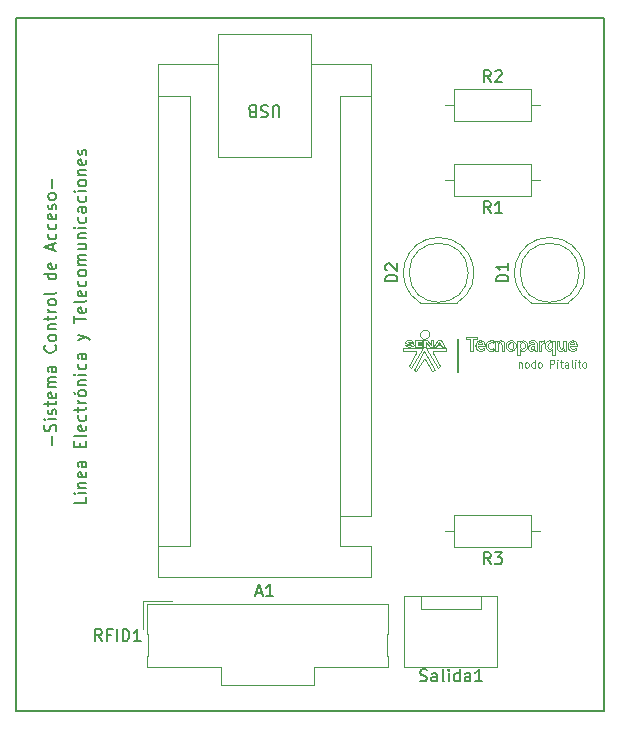
<source format=gbr>
%TF.GenerationSoftware,KiCad,Pcbnew,7.0.7*%
%TF.CreationDate,2024-02-13T22:49:07-05:00*%
%TF.ProjectId,ControlAcceso,436f6e74-726f-46c4-9163-6365736f2e6b,rev?*%
%TF.SameCoordinates,Original*%
%TF.FileFunction,Legend,Top*%
%TF.FilePolarity,Positive*%
%FSLAX46Y46*%
G04 Gerber Fmt 4.6, Leading zero omitted, Abs format (unit mm)*
G04 Created by KiCad (PCBNEW 7.0.7) date 2024-02-13 22:49:07*
%MOMM*%
%LPD*%
G01*
G04 APERTURE LIST*
%ADD10C,0.100000*%
%ADD11C,0.150000*%
%ADD12C,0.200000*%
%ADD13C,0.084675*%
%ADD14C,0.120000*%
G04 APERTURE END LIST*
D10*
X235044254Y-64768194D02*
X234928096Y-64756090D01*
X234827162Y-64720962D01*
X234743279Y-64664586D01*
X234667699Y-64571383D01*
X234627759Y-64474505D01*
X234610719Y-64362056D01*
X234610220Y-64337855D01*
X241416246Y-64751053D02*
X241231360Y-64751053D01*
X241755001Y-64240939D02*
X242124999Y-64240939D01*
X238717546Y-64502016D02*
X238722759Y-64455379D01*
X228516906Y-64259056D02*
X228470641Y-64350231D01*
X228419098Y-64380307D01*
X228185083Y-64084115D02*
X228227679Y-64090537D01*
X234152276Y-64035132D02*
X234050404Y-64065459D01*
X233983483Y-64146320D01*
X233956894Y-64240939D01*
X238944340Y-64751053D02*
X238752229Y-64751053D01*
X235618116Y-64254728D02*
X235618116Y-64751053D01*
X235618116Y-64751053D02*
X235405482Y-64751053D01*
X233510938Y-63763822D02*
X233510938Y-64751053D01*
X230760355Y-66042072D02*
X230561252Y-66230766D01*
X235955381Y-64751053D02*
X235955381Y-64275452D01*
X230538950Y-63896823D02*
X230795438Y-63896823D01*
X236736600Y-64043873D02*
X236630352Y-64075333D01*
X236562902Y-64156000D01*
X236532308Y-64252385D01*
X236525745Y-64330832D01*
X227815513Y-64101486D02*
X227801928Y-64045446D01*
X234216252Y-64607530D02*
X234316079Y-64601432D01*
X234418457Y-64579472D01*
X234449580Y-64569435D01*
X233956894Y-64240939D02*
X234326840Y-64240939D01*
X235253389Y-64567657D02*
X235282800Y-64725026D01*
X232151381Y-66592416D02*
X232254747Y-66592416D01*
X238546533Y-64040345D02*
X238445951Y-64052171D01*
X238348822Y-64086430D01*
X238320026Y-64102607D01*
X235794459Y-64062846D02*
X235699046Y-64092832D01*
X235633183Y-64175379D01*
X235628548Y-64187306D01*
X229338943Y-63896823D02*
X229631832Y-63896823D01*
X229631832Y-63896823D02*
X229945193Y-64243951D01*
X240263301Y-63909063D02*
X240468885Y-63909063D01*
X232254747Y-63783164D02*
X232151381Y-63783164D01*
X228611784Y-63896823D02*
X229227838Y-63896823D01*
X231241001Y-64543321D02*
X231241001Y-64811506D01*
X241196619Y-64417313D02*
X241196619Y-63909063D01*
X240462064Y-64152823D02*
X240462064Y-65093278D01*
X228155044Y-63888969D02*
X228262228Y-63893389D01*
X228361911Y-63910010D01*
X228408724Y-63926375D01*
X234480711Y-64714563D02*
X234378987Y-64747349D01*
X234273537Y-64764207D01*
X234186729Y-64768194D01*
X239333200Y-64751053D02*
X239120396Y-64751053D01*
X228146156Y-63991103D02*
X228070168Y-64000790D01*
X229242227Y-64301222D02*
X229242227Y-64414188D01*
X230127213Y-64952994D02*
X230760355Y-66042072D01*
X237512777Y-64398336D02*
X237518055Y-64457099D01*
X239296797Y-63909063D02*
X239305509Y-64068095D01*
X228740718Y-64910197D02*
X228736872Y-64876116D01*
X242325482Y-64299788D02*
X242318656Y-64389565D01*
X237516276Y-64657607D02*
X237512777Y-64657607D01*
X241950265Y-64035132D02*
X241848520Y-64065459D01*
X241781646Y-64146320D01*
X241755001Y-64240939D01*
X240249371Y-64396502D02*
X240249371Y-64256534D01*
X231137293Y-64414188D02*
X230879367Y-64414188D01*
X239592323Y-63895221D02*
X239592323Y-64093977D01*
X239305509Y-64068095D02*
X239310728Y-64068095D01*
X238722759Y-64455379D02*
X238722759Y-64339488D01*
X235868756Y-63890031D02*
X235977533Y-63909050D01*
X236073470Y-63970853D01*
X236135301Y-64065624D01*
X236164017Y-64180880D01*
X236167898Y-64251288D01*
X229369956Y-65469671D02*
X229395986Y-65456685D01*
X238731588Y-64657607D02*
X238652658Y-64726411D01*
X238551808Y-64763586D01*
X238482609Y-64770000D01*
X230216244Y-64811506D02*
X230183910Y-64821997D01*
X228019606Y-64243317D02*
X228019606Y-64244755D01*
X230537289Y-64207835D02*
X230765228Y-64207835D01*
X237493686Y-64038625D02*
X237562565Y-63962069D01*
X237651342Y-63912000D01*
X237758820Y-63890656D01*
X237782455Y-63890031D01*
X240254472Y-64019622D02*
X240258029Y-64021430D01*
X239338413Y-64249654D02*
X239333200Y-64313576D01*
X233956894Y-64389565D02*
X233980384Y-64487810D01*
X234055695Y-64568019D01*
X234153964Y-64602631D01*
X234216252Y-64607530D01*
X241755001Y-64389565D02*
X241778489Y-64487810D01*
X241853789Y-64568019D01*
X241952034Y-64602631D01*
X242014300Y-64607530D01*
X228070168Y-64000790D02*
X228043681Y-64028968D01*
X241231360Y-64751053D02*
X241220752Y-64624815D01*
X230358421Y-66374206D02*
X229424188Y-64830224D01*
X235583604Y-63909063D02*
X235593983Y-64035132D01*
X237160150Y-64322262D02*
X237150370Y-64430325D01*
X237113378Y-64543441D01*
X237053595Y-64632852D01*
X236976090Y-64699305D01*
X236885929Y-64743546D01*
X236788182Y-64766324D01*
X236728000Y-64770000D01*
X237706432Y-64605810D02*
X237806535Y-64580437D01*
X237877153Y-64509569D01*
X237912560Y-64414747D01*
X237920788Y-64327450D01*
X238722759Y-64339488D02*
X238613480Y-64345392D01*
X238509545Y-64374174D01*
X238435521Y-64453250D01*
X238429065Y-64496799D01*
X229563841Y-64543321D02*
X231241001Y-64543321D01*
X230154217Y-64836415D02*
X230129678Y-64862643D01*
X240057376Y-64602313D02*
X240159313Y-64572688D01*
X240227737Y-64492578D01*
X240238939Y-64462258D01*
X235246568Y-64088847D02*
X235149786Y-64060116D01*
X235085817Y-64055966D01*
X229198773Y-64090684D02*
X229198773Y-64200896D01*
X240009051Y-63890031D02*
X240109020Y-63904418D01*
X240201317Y-63955092D01*
X240254472Y-64019622D01*
X228419098Y-64380307D02*
X228316659Y-64409451D01*
X228213259Y-64420937D01*
X228136927Y-64422988D01*
X236306118Y-64336020D02*
X236318999Y-64214458D01*
X236355980Y-64110021D01*
X236414562Y-64024133D01*
X236492249Y-63958217D01*
X236586544Y-63913698D01*
X236694949Y-63892001D01*
X236741703Y-63890031D01*
X228274919Y-64047882D02*
X228274919Y-64045446D01*
X234520443Y-64389565D02*
X233956894Y-64389565D01*
X235078707Y-63890031D02*
X235179186Y-63898791D01*
X235279898Y-63926056D01*
X235284520Y-63927984D01*
X233298245Y-63763822D02*
X232966199Y-63763822D01*
X230110476Y-66503221D02*
X230358421Y-66374206D01*
X238320026Y-64102607D02*
X238278575Y-63964357D01*
X230879367Y-64414188D02*
X230827432Y-64320886D01*
X235593983Y-64035132D02*
X235599195Y-64035132D01*
X237512777Y-65093278D02*
X237300090Y-65093278D01*
X227873560Y-64382027D02*
X227801812Y-64307175D01*
X227792178Y-64250944D01*
X238582877Y-63890031D02*
X238695673Y-63901968D01*
X238797611Y-63944320D01*
X238876159Y-64024508D01*
X238918039Y-64128425D01*
X238930177Y-64228890D01*
X238930409Y-64246186D01*
X232254747Y-66592416D02*
X232254747Y-63783164D01*
X235955381Y-64275452D02*
X235941383Y-64172554D01*
X235883098Y-64087798D01*
X235794459Y-64062846D01*
X228717494Y-64969304D02*
X228732974Y-64939178D01*
X234164369Y-63890031D02*
X234279386Y-63905489D01*
X234384936Y-63958981D01*
X234458569Y-64040703D01*
X234503997Y-64140182D01*
X234524933Y-64246946D01*
X234527376Y-64299788D01*
X233298245Y-64751053D02*
X233298245Y-63763822D01*
X240462064Y-65093278D02*
X240249371Y-65093278D01*
X242014300Y-64607530D02*
X242114124Y-64601432D01*
X242216505Y-64579472D01*
X242247687Y-64569435D01*
X230129678Y-64862643D02*
X230119305Y-64894002D01*
X232203089Y-63783142D02*
X232203089Y-66592400D01*
X233752867Y-64342900D02*
X233763194Y-64235321D01*
X233793968Y-64134471D01*
X233844876Y-64045061D01*
X233915607Y-63971798D01*
X234005848Y-63919393D01*
X234115287Y-63892553D01*
X234164369Y-63890031D01*
X237518055Y-64457099D02*
X237568695Y-64547944D01*
X237656918Y-64599497D01*
X237706432Y-64605810D01*
X233846254Y-63763822D02*
X233510938Y-63763822D01*
X233846254Y-63585759D02*
X233846254Y-63763822D01*
X230765228Y-64207835D02*
X230654411Y-64019822D01*
X228052052Y-64304002D02*
X228154429Y-64318606D01*
X228158912Y-64318621D01*
X228611784Y-64414188D02*
X228611784Y-63896823D01*
X237300090Y-64189085D02*
X237299036Y-64081931D01*
X237296084Y-63978833D01*
X237293210Y-63909063D01*
X235284520Y-63927984D02*
X235246568Y-64088847D01*
X228726441Y-64857713D02*
X228712340Y-64843237D01*
X240864737Y-63909063D02*
X240864737Y-64367178D01*
X237711481Y-64057716D02*
X237610996Y-64087072D01*
X237538207Y-64165852D01*
X237519717Y-64215027D01*
X228244733Y-64306697D02*
X228276005Y-64273389D01*
X239848242Y-64332609D02*
X239861957Y-64439664D01*
X239909084Y-64533970D01*
X239998657Y-64594125D01*
X240057376Y-64602313D01*
X237293210Y-63909063D02*
X237479926Y-63909063D01*
X228043681Y-64028968D02*
X228137034Y-64075201D01*
X228185083Y-64084115D01*
X230795438Y-63896823D02*
X231137293Y-64414188D01*
X230183910Y-64821997D02*
X230154217Y-64836415D01*
X238717546Y-64187306D02*
X238683030Y-64087613D01*
X238585097Y-64042658D01*
X238546533Y-64040345D01*
X229433422Y-63764051D02*
X229318144Y-63746452D01*
X229216559Y-63697238D01*
X229133991Y-63621775D01*
X229075763Y-63525434D01*
X229047199Y-63413584D01*
X229045190Y-63373782D01*
X240249371Y-64256534D02*
X240244210Y-64204654D01*
X235628548Y-64187306D02*
X235618116Y-64254728D01*
X229466954Y-65456685D02*
X229490119Y-65472277D01*
X239113574Y-63909063D02*
X239296797Y-63909063D01*
D11*
X194818000Y-36576000D02*
X244602000Y-36576000D01*
X244602000Y-95250000D01*
X194818000Y-95250000D01*
X194818000Y-36576000D01*
D10*
X229277027Y-64545299D02*
X228304013Y-66238562D01*
X238136915Y-64318736D02*
X238128293Y-64425493D01*
X238095641Y-64538383D01*
X238042788Y-64628653D01*
X237958891Y-64707452D01*
X237859833Y-64754431D01*
X237753214Y-64770000D01*
X227856706Y-64144769D02*
X227815513Y-64101486D01*
X238429065Y-64496799D02*
X238468443Y-64592060D01*
X238549973Y-64617849D01*
X228491276Y-64041836D02*
X228491276Y-64047882D01*
X228276005Y-64273389D02*
X228181729Y-64226718D01*
X228152895Y-64221508D01*
X228732974Y-64939178D02*
X228740718Y-64910197D01*
X230654411Y-64019822D02*
X230537289Y-64207835D01*
X228227679Y-64090537D02*
X228326852Y-64108951D01*
X228371288Y-64119520D01*
X237512777Y-64657607D02*
X237512777Y-65093278D01*
X227619245Y-64545299D02*
X229277027Y-64545299D01*
X241409306Y-64498605D02*
X241410579Y-64604304D01*
X241414305Y-64710644D01*
X241416246Y-64751053D01*
X241984947Y-64768194D02*
X241865326Y-64756214D01*
X241763256Y-64721457D01*
X241679851Y-64665698D01*
X241605974Y-64573560D01*
X241567558Y-64477839D01*
X241551377Y-64366792D01*
X241550908Y-64342900D01*
X228636035Y-64818357D02*
X227619245Y-64818357D01*
X229395986Y-65456685D02*
X229429348Y-65450351D01*
X227792178Y-64243317D02*
X228019606Y-64243317D01*
X239120396Y-64751053D02*
X239120396Y-64180432D01*
X237479926Y-63909063D02*
X237490364Y-64038625D01*
X240468885Y-63909063D02*
X240464706Y-64011314D01*
X240462302Y-64112098D01*
X240462064Y-64152823D01*
X232151381Y-63783164D02*
X232151381Y-66592416D01*
X237490364Y-64038625D02*
X237493686Y-64038625D01*
X240249371Y-65093278D02*
X240249371Y-64635248D01*
X238278575Y-63964357D02*
X238376079Y-63921143D01*
X238476812Y-63897859D01*
X238582877Y-63890031D01*
X238930409Y-64548767D02*
X238933028Y-64652453D01*
X238944340Y-64751053D01*
X240238939Y-64462258D02*
X240249371Y-64396502D01*
X228304013Y-66238562D02*
X228097255Y-66044308D01*
X228371288Y-64119520D02*
X228444611Y-64148268D01*
X239542336Y-63890031D02*
X239592323Y-63895221D01*
X228753615Y-66503221D02*
X229351840Y-65492918D01*
X228097255Y-66044308D02*
X228717494Y-64969304D01*
X228843105Y-64200896D02*
X228843105Y-64301222D01*
X230167343Y-64414188D02*
X229863845Y-64414188D01*
X240652109Y-63909063D02*
X240864737Y-63909063D01*
X228498044Y-64195795D02*
X228516906Y-64259056D01*
X227619245Y-64818357D02*
X227619245Y-64545299D01*
X228408724Y-63926375D02*
X228483180Y-63997158D01*
X228491276Y-64041836D01*
X236734939Y-64616129D02*
X236836235Y-64583648D01*
X236901897Y-64505207D01*
X236934559Y-64403507D01*
X236940576Y-64327450D01*
X228678573Y-64826239D02*
X228636035Y-64818357D01*
X242124999Y-64240939D02*
X242107808Y-64141671D01*
X242046009Y-64061559D01*
X241950265Y-64035132D01*
X227891847Y-63928988D02*
X227994424Y-63900225D01*
X228102915Y-63889940D01*
X228155044Y-63888969D01*
X237512777Y-64268630D02*
X237512777Y-64398336D01*
X229338943Y-64414188D02*
X229338943Y-63896823D01*
X238717546Y-64201213D02*
X238717546Y-64187306D01*
X237753214Y-64770000D02*
X237651639Y-64754972D01*
X237562774Y-64708664D01*
X237516276Y-64657607D01*
X232966199Y-63585759D02*
X233846254Y-63585759D01*
X240249371Y-64635248D02*
X240245877Y-64635248D01*
X228843105Y-64008298D02*
X228843105Y-64090684D01*
X228510771Y-66383094D02*
X228753615Y-66503221D01*
X240245877Y-64635248D02*
X240173614Y-64713545D01*
X240080187Y-64757859D01*
X239984911Y-64770000D01*
X241196619Y-63909063D02*
X241409306Y-63909063D01*
X241962475Y-63890031D02*
X242077490Y-63905489D01*
X242183039Y-63958981D01*
X242256673Y-64040703D01*
X242302102Y-64140182D01*
X242323038Y-64246946D01*
X242325482Y-64299788D01*
X230468551Y-64320886D02*
X230412711Y-64414188D01*
X230119305Y-64922781D02*
X230127213Y-64952994D01*
X236525745Y-64330832D02*
X236537038Y-64430914D01*
X236575718Y-64524628D01*
X236648245Y-64594406D01*
X236734939Y-64616129D01*
X241550908Y-64342900D02*
X241561250Y-64235321D01*
X241592058Y-64134471D01*
X241643006Y-64045061D01*
X241713767Y-63971798D01*
X241804014Y-63919393D01*
X241913421Y-63892553D01*
X241962475Y-63890031D01*
X235405482Y-64159703D02*
X235404201Y-64056957D01*
X235400525Y-63950824D01*
X235398660Y-63909063D01*
X240864737Y-64367178D02*
X240875902Y-64472518D01*
X240922883Y-64561254D01*
X241021996Y-64597096D01*
X241184637Y-64483012D02*
X241196619Y-64417313D01*
X235085817Y-64055966D02*
X234976663Y-64077002D01*
X234887233Y-64144242D01*
X234840789Y-64233962D01*
X234828179Y-64329084D01*
X237782455Y-63890031D02*
X237887099Y-63907076D01*
X237979736Y-63956390D01*
X238055311Y-64035241D01*
X238108771Y-64140894D01*
X238132781Y-64247442D01*
X238136915Y-64318736D01*
X228274919Y-64045446D02*
X228242126Y-64005063D01*
X230167343Y-63896823D02*
X230167343Y-64414188D01*
X236167898Y-64751053D02*
X235955381Y-64751053D01*
X229227838Y-64008298D02*
X228843105Y-64008298D01*
X229863845Y-64414188D02*
X229560635Y-64065770D01*
X229198773Y-64200896D02*
X228843105Y-64200896D01*
X229424188Y-64830224D02*
X228510771Y-66383094D01*
X229560635Y-64065770D02*
X229560635Y-64414188D01*
X236940576Y-64327450D02*
X236929126Y-64227707D01*
X236886673Y-64126372D01*
X236809348Y-64058783D01*
X236736600Y-64043873D01*
X239120396Y-64180432D02*
X239119732Y-64072895D01*
X239116816Y-63966746D01*
X239113574Y-63909063D01*
X240944370Y-64770000D02*
X240834491Y-64751386D01*
X240741161Y-64689821D01*
X240682498Y-64593970D01*
X240655696Y-64476046D01*
X240652109Y-64403497D01*
X228019606Y-64244755D02*
X228017569Y-64259056D01*
X229429348Y-65450351D02*
X229466954Y-65456685D01*
X241220752Y-64624815D02*
X241215652Y-64624815D01*
X235282800Y-64725026D02*
X235186208Y-64754402D01*
X235082944Y-64767191D01*
X235044254Y-64768194D01*
X235085817Y-64600593D02*
X235186367Y-64589488D01*
X235253389Y-64567657D01*
X229821367Y-63373782D02*
X229803889Y-63489609D01*
X229755000Y-63591716D01*
X229680014Y-63674735D01*
X229584248Y-63733295D01*
X229473017Y-63762029D01*
X229433422Y-63764051D01*
X233510938Y-64751053D02*
X233298245Y-64751053D01*
X229242227Y-64414188D02*
X228611784Y-64414188D01*
X228131250Y-64218009D02*
X228108262Y-64214082D01*
X228736872Y-64876116D02*
X228726441Y-64857713D01*
X242278870Y-64714563D02*
X242177078Y-64747349D01*
X242071698Y-64764207D01*
X241984947Y-64768194D01*
X234449580Y-64569435D02*
X234480711Y-64714563D01*
X229351840Y-65492918D02*
X229369956Y-65469671D01*
X228158912Y-64318621D02*
X228244733Y-64306697D01*
X239592323Y-64093977D02*
X239528464Y-64088847D01*
X234186729Y-64768194D02*
X234067119Y-64756214D01*
X233965079Y-64721457D01*
X233881713Y-64665698D01*
X233807884Y-64573560D01*
X233769501Y-64477839D01*
X233753336Y-64366792D01*
X233752867Y-64342900D01*
X241215652Y-64624815D02*
X241146856Y-64702453D01*
X241056736Y-64752019D01*
X240944370Y-64770000D01*
X231241001Y-64811506D02*
X230216244Y-64811506D01*
X228843105Y-64090684D02*
X229198773Y-64090684D01*
X242247687Y-64569435D02*
X242278870Y-64714563D01*
X240244210Y-64204654D02*
X240193180Y-64111867D01*
X240105077Y-64062443D01*
X240062595Y-64057716D01*
X239984911Y-64770000D02*
X239881729Y-64753114D01*
X239789728Y-64704184D01*
X239714236Y-64625800D01*
X239660583Y-64520549D01*
X239636397Y-64414186D01*
X239632225Y-64342900D01*
X241021996Y-64597096D02*
X241122771Y-64564767D01*
X241184637Y-64483012D01*
X239528464Y-64088847D02*
X239429305Y-64114195D01*
X239358062Y-64191150D01*
X239338413Y-64249654D01*
X232966199Y-63763822D02*
X232966199Y-63585759D01*
X239310728Y-64068095D02*
X239364370Y-63974704D01*
X239448027Y-63911339D01*
X239542336Y-63890031D01*
X235599195Y-64035132D02*
X235671698Y-63954542D01*
X235762229Y-63906811D01*
X235868756Y-63890031D01*
X228712340Y-64843237D02*
X228678573Y-64826239D01*
X237519717Y-64215027D02*
X237512777Y-64268630D01*
X235398660Y-63909063D02*
X235583604Y-63909063D01*
X239333200Y-64313576D02*
X239333200Y-64751053D01*
X238736637Y-64657607D02*
X238731588Y-64657607D01*
X239632225Y-64342900D02*
X239641040Y-64235077D01*
X239674206Y-64121431D01*
X239727405Y-64030889D01*
X239810788Y-63952171D01*
X239907493Y-63905450D01*
X240009051Y-63890031D01*
X229045190Y-63373782D02*
X229062683Y-63257850D01*
X229111615Y-63155677D01*
X229186661Y-63072623D01*
X229282498Y-63014047D01*
X229393803Y-62985310D01*
X229433422Y-62983289D01*
X230827432Y-64320886D02*
X230468551Y-64320886D01*
X240062595Y-64057716D02*
X239960944Y-64083578D01*
X239884945Y-64165001D01*
X239853754Y-64261473D01*
X239848242Y-64332609D01*
X234527376Y-64299788D02*
X234520443Y-64389565D01*
X238218039Y-64519244D02*
X238237494Y-64411459D01*
X238294111Y-64325514D01*
X238385267Y-64261757D01*
X238485722Y-64225823D01*
X238606821Y-64205737D01*
X238717546Y-64201213D01*
X227801928Y-64045446D02*
X227848332Y-63954411D01*
X227891847Y-63928988D01*
X228242126Y-64005063D02*
X228146156Y-63991103D01*
X237920788Y-64327450D02*
X237907311Y-64222542D01*
X237860601Y-64127859D01*
X237770842Y-64066220D01*
X237711481Y-64057716D01*
X236167898Y-64251288D02*
X236167898Y-64751053D01*
X227792178Y-64250944D02*
X227792178Y-64243317D01*
X234326840Y-64240939D02*
X234309744Y-64141671D01*
X234248023Y-64061559D01*
X234152276Y-64035132D01*
X228136927Y-64422988D02*
X228033032Y-64418978D01*
X227927305Y-64401806D01*
X227873560Y-64382027D01*
X228491276Y-64047882D02*
X228274919Y-64047882D01*
X238752229Y-64751053D02*
X238736637Y-64657607D01*
X237300090Y-65093278D02*
X237300090Y-64189085D01*
X228152895Y-64221508D02*
X228131250Y-64218009D01*
X238930409Y-64246186D02*
X238930409Y-64548767D01*
X230412711Y-64414188D02*
X230180757Y-64414188D01*
X228108262Y-64214082D02*
X228009133Y-64195741D01*
X227911541Y-64169889D01*
X227856706Y-64144769D01*
X234610220Y-64337855D02*
X234622688Y-64224190D01*
X234659330Y-64122076D01*
X234719000Y-64034671D01*
X234800553Y-63965132D01*
X234902843Y-63916617D01*
X235024725Y-63892285D01*
X235078707Y-63890031D01*
X229945193Y-64243951D02*
X229945193Y-63896823D01*
X228843105Y-64301222D02*
X229242227Y-64301222D01*
X229507032Y-65492918D02*
X230110476Y-66503221D01*
X228444611Y-64148268D02*
X228498044Y-64195795D01*
X229945193Y-63896823D02*
X230167343Y-63896823D01*
X234828179Y-64329084D02*
X234843478Y-64431643D01*
X234894064Y-64520761D01*
X234984274Y-64582488D01*
X235085817Y-64600593D01*
X236728000Y-64770000D02*
X236621250Y-64758304D01*
X236525160Y-64724031D01*
X236428207Y-64654826D01*
X236366278Y-64575190D01*
X236324747Y-64476891D01*
X236306655Y-64361152D01*
X236306118Y-64336020D01*
X242318656Y-64389565D02*
X241755001Y-64389565D01*
X238482609Y-64770000D02*
X238382267Y-64753612D01*
X238295429Y-64701200D01*
X238235539Y-64612443D01*
X238218039Y-64519244D01*
X230561252Y-66230766D02*
X229563841Y-64543321D01*
X229433422Y-62983289D02*
X229548627Y-63000888D01*
X229650139Y-63050113D01*
X229732642Y-63125604D01*
X229790820Y-63221999D01*
X229819359Y-63333940D01*
X229821367Y-63373782D01*
X230119305Y-64894002D02*
X230119305Y-64922781D01*
X230180757Y-64414188D02*
X230538950Y-63896823D01*
X240258029Y-64021430D02*
X240263301Y-63909063D01*
X238549973Y-64617849D02*
X238647403Y-64590280D01*
X238713231Y-64513288D01*
X238717546Y-64502016D01*
X235405482Y-64751053D02*
X235405482Y-64159703D01*
X229560635Y-64414188D02*
X229338943Y-64414188D01*
X236741703Y-63890031D02*
X236852857Y-63902577D01*
X236949894Y-63938739D01*
X237044982Y-64010188D01*
X237113616Y-64108625D01*
X237148194Y-64208509D01*
X237160150Y-64322262D01*
X229490119Y-65472277D02*
X229507032Y-65492918D01*
X229227838Y-63896823D02*
X229227838Y-64008298D01*
X241409306Y-63909063D02*
X241409306Y-64498605D01*
X240652109Y-64403497D02*
X240652109Y-63909063D01*
X228017569Y-64259056D02*
X228052052Y-64304002D01*
D12*
X197860266Y-72778564D02*
X197860266Y-72016660D01*
X198193600Y-71588088D02*
X198241219Y-71445231D01*
X198241219Y-71445231D02*
X198241219Y-71207136D01*
X198241219Y-71207136D02*
X198193600Y-71111898D01*
X198193600Y-71111898D02*
X198145980Y-71064279D01*
X198145980Y-71064279D02*
X198050742Y-71016660D01*
X198050742Y-71016660D02*
X197955504Y-71016660D01*
X197955504Y-71016660D02*
X197860266Y-71064279D01*
X197860266Y-71064279D02*
X197812647Y-71111898D01*
X197812647Y-71111898D02*
X197765028Y-71207136D01*
X197765028Y-71207136D02*
X197717409Y-71397612D01*
X197717409Y-71397612D02*
X197669790Y-71492850D01*
X197669790Y-71492850D02*
X197622171Y-71540469D01*
X197622171Y-71540469D02*
X197526933Y-71588088D01*
X197526933Y-71588088D02*
X197431695Y-71588088D01*
X197431695Y-71588088D02*
X197336457Y-71540469D01*
X197336457Y-71540469D02*
X197288838Y-71492850D01*
X197288838Y-71492850D02*
X197241219Y-71397612D01*
X197241219Y-71397612D02*
X197241219Y-71159517D01*
X197241219Y-71159517D02*
X197288838Y-71016660D01*
X198241219Y-70588088D02*
X197574552Y-70588088D01*
X197241219Y-70588088D02*
X197288838Y-70635707D01*
X197288838Y-70635707D02*
X197336457Y-70588088D01*
X197336457Y-70588088D02*
X197288838Y-70540469D01*
X197288838Y-70540469D02*
X197241219Y-70588088D01*
X197241219Y-70588088D02*
X197336457Y-70588088D01*
X198193600Y-70159517D02*
X198241219Y-70064279D01*
X198241219Y-70064279D02*
X198241219Y-69873803D01*
X198241219Y-69873803D02*
X198193600Y-69778565D01*
X198193600Y-69778565D02*
X198098361Y-69730946D01*
X198098361Y-69730946D02*
X198050742Y-69730946D01*
X198050742Y-69730946D02*
X197955504Y-69778565D01*
X197955504Y-69778565D02*
X197907885Y-69873803D01*
X197907885Y-69873803D02*
X197907885Y-70016660D01*
X197907885Y-70016660D02*
X197860266Y-70111898D01*
X197860266Y-70111898D02*
X197765028Y-70159517D01*
X197765028Y-70159517D02*
X197717409Y-70159517D01*
X197717409Y-70159517D02*
X197622171Y-70111898D01*
X197622171Y-70111898D02*
X197574552Y-70016660D01*
X197574552Y-70016660D02*
X197574552Y-69873803D01*
X197574552Y-69873803D02*
X197622171Y-69778565D01*
X197574552Y-69445231D02*
X197574552Y-69064279D01*
X197241219Y-69302374D02*
X198098361Y-69302374D01*
X198098361Y-69302374D02*
X198193600Y-69254755D01*
X198193600Y-69254755D02*
X198241219Y-69159517D01*
X198241219Y-69159517D02*
X198241219Y-69064279D01*
X198193600Y-68349993D02*
X198241219Y-68445231D01*
X198241219Y-68445231D02*
X198241219Y-68635707D01*
X198241219Y-68635707D02*
X198193600Y-68730945D01*
X198193600Y-68730945D02*
X198098361Y-68778564D01*
X198098361Y-68778564D02*
X197717409Y-68778564D01*
X197717409Y-68778564D02*
X197622171Y-68730945D01*
X197622171Y-68730945D02*
X197574552Y-68635707D01*
X197574552Y-68635707D02*
X197574552Y-68445231D01*
X197574552Y-68445231D02*
X197622171Y-68349993D01*
X197622171Y-68349993D02*
X197717409Y-68302374D01*
X197717409Y-68302374D02*
X197812647Y-68302374D01*
X197812647Y-68302374D02*
X197907885Y-68778564D01*
X198241219Y-67873802D02*
X197574552Y-67873802D01*
X197669790Y-67873802D02*
X197622171Y-67826183D01*
X197622171Y-67826183D02*
X197574552Y-67730945D01*
X197574552Y-67730945D02*
X197574552Y-67588088D01*
X197574552Y-67588088D02*
X197622171Y-67492850D01*
X197622171Y-67492850D02*
X197717409Y-67445231D01*
X197717409Y-67445231D02*
X198241219Y-67445231D01*
X197717409Y-67445231D02*
X197622171Y-67397612D01*
X197622171Y-67397612D02*
X197574552Y-67302374D01*
X197574552Y-67302374D02*
X197574552Y-67159517D01*
X197574552Y-67159517D02*
X197622171Y-67064278D01*
X197622171Y-67064278D02*
X197717409Y-67016659D01*
X197717409Y-67016659D02*
X198241219Y-67016659D01*
X198241219Y-66111898D02*
X197717409Y-66111898D01*
X197717409Y-66111898D02*
X197622171Y-66159517D01*
X197622171Y-66159517D02*
X197574552Y-66254755D01*
X197574552Y-66254755D02*
X197574552Y-66445231D01*
X197574552Y-66445231D02*
X197622171Y-66540469D01*
X198193600Y-66111898D02*
X198241219Y-66207136D01*
X198241219Y-66207136D02*
X198241219Y-66445231D01*
X198241219Y-66445231D02*
X198193600Y-66540469D01*
X198193600Y-66540469D02*
X198098361Y-66588088D01*
X198098361Y-66588088D02*
X198003123Y-66588088D01*
X198003123Y-66588088D02*
X197907885Y-66540469D01*
X197907885Y-66540469D02*
X197860266Y-66445231D01*
X197860266Y-66445231D02*
X197860266Y-66207136D01*
X197860266Y-66207136D02*
X197812647Y-66111898D01*
X198145980Y-64302374D02*
X198193600Y-64349993D01*
X198193600Y-64349993D02*
X198241219Y-64492850D01*
X198241219Y-64492850D02*
X198241219Y-64588088D01*
X198241219Y-64588088D02*
X198193600Y-64730945D01*
X198193600Y-64730945D02*
X198098361Y-64826183D01*
X198098361Y-64826183D02*
X198003123Y-64873802D01*
X198003123Y-64873802D02*
X197812647Y-64921421D01*
X197812647Y-64921421D02*
X197669790Y-64921421D01*
X197669790Y-64921421D02*
X197479314Y-64873802D01*
X197479314Y-64873802D02*
X197384076Y-64826183D01*
X197384076Y-64826183D02*
X197288838Y-64730945D01*
X197288838Y-64730945D02*
X197241219Y-64588088D01*
X197241219Y-64588088D02*
X197241219Y-64492850D01*
X197241219Y-64492850D02*
X197288838Y-64349993D01*
X197288838Y-64349993D02*
X197336457Y-64302374D01*
X198241219Y-63730945D02*
X198193600Y-63826183D01*
X198193600Y-63826183D02*
X198145980Y-63873802D01*
X198145980Y-63873802D02*
X198050742Y-63921421D01*
X198050742Y-63921421D02*
X197765028Y-63921421D01*
X197765028Y-63921421D02*
X197669790Y-63873802D01*
X197669790Y-63873802D02*
X197622171Y-63826183D01*
X197622171Y-63826183D02*
X197574552Y-63730945D01*
X197574552Y-63730945D02*
X197574552Y-63588088D01*
X197574552Y-63588088D02*
X197622171Y-63492850D01*
X197622171Y-63492850D02*
X197669790Y-63445231D01*
X197669790Y-63445231D02*
X197765028Y-63397612D01*
X197765028Y-63397612D02*
X198050742Y-63397612D01*
X198050742Y-63397612D02*
X198145980Y-63445231D01*
X198145980Y-63445231D02*
X198193600Y-63492850D01*
X198193600Y-63492850D02*
X198241219Y-63588088D01*
X198241219Y-63588088D02*
X198241219Y-63730945D01*
X197574552Y-62969040D02*
X198241219Y-62969040D01*
X197669790Y-62969040D02*
X197622171Y-62921421D01*
X197622171Y-62921421D02*
X197574552Y-62826183D01*
X197574552Y-62826183D02*
X197574552Y-62683326D01*
X197574552Y-62683326D02*
X197622171Y-62588088D01*
X197622171Y-62588088D02*
X197717409Y-62540469D01*
X197717409Y-62540469D02*
X198241219Y-62540469D01*
X197574552Y-62207135D02*
X197574552Y-61826183D01*
X197241219Y-62064278D02*
X198098361Y-62064278D01*
X198098361Y-62064278D02*
X198193600Y-62016659D01*
X198193600Y-62016659D02*
X198241219Y-61921421D01*
X198241219Y-61921421D02*
X198241219Y-61826183D01*
X198241219Y-61492849D02*
X197574552Y-61492849D01*
X197765028Y-61492849D02*
X197669790Y-61445230D01*
X197669790Y-61445230D02*
X197622171Y-61397611D01*
X197622171Y-61397611D02*
X197574552Y-61302373D01*
X197574552Y-61302373D02*
X197574552Y-61207135D01*
X198241219Y-60730944D02*
X198193600Y-60826182D01*
X198193600Y-60826182D02*
X198145980Y-60873801D01*
X198145980Y-60873801D02*
X198050742Y-60921420D01*
X198050742Y-60921420D02*
X197765028Y-60921420D01*
X197765028Y-60921420D02*
X197669790Y-60873801D01*
X197669790Y-60873801D02*
X197622171Y-60826182D01*
X197622171Y-60826182D02*
X197574552Y-60730944D01*
X197574552Y-60730944D02*
X197574552Y-60588087D01*
X197574552Y-60588087D02*
X197622171Y-60492849D01*
X197622171Y-60492849D02*
X197669790Y-60445230D01*
X197669790Y-60445230D02*
X197765028Y-60397611D01*
X197765028Y-60397611D02*
X198050742Y-60397611D01*
X198050742Y-60397611D02*
X198145980Y-60445230D01*
X198145980Y-60445230D02*
X198193600Y-60492849D01*
X198193600Y-60492849D02*
X198241219Y-60588087D01*
X198241219Y-60588087D02*
X198241219Y-60730944D01*
X198241219Y-59826182D02*
X198193600Y-59921420D01*
X198193600Y-59921420D02*
X198098361Y-59969039D01*
X198098361Y-59969039D02*
X197241219Y-59969039D01*
X198241219Y-58254753D02*
X197241219Y-58254753D01*
X198193600Y-58254753D02*
X198241219Y-58349991D01*
X198241219Y-58349991D02*
X198241219Y-58540467D01*
X198241219Y-58540467D02*
X198193600Y-58635705D01*
X198193600Y-58635705D02*
X198145980Y-58683324D01*
X198145980Y-58683324D02*
X198050742Y-58730943D01*
X198050742Y-58730943D02*
X197765028Y-58730943D01*
X197765028Y-58730943D02*
X197669790Y-58683324D01*
X197669790Y-58683324D02*
X197622171Y-58635705D01*
X197622171Y-58635705D02*
X197574552Y-58540467D01*
X197574552Y-58540467D02*
X197574552Y-58349991D01*
X197574552Y-58349991D02*
X197622171Y-58254753D01*
X198193600Y-57397610D02*
X198241219Y-57492848D01*
X198241219Y-57492848D02*
X198241219Y-57683324D01*
X198241219Y-57683324D02*
X198193600Y-57778562D01*
X198193600Y-57778562D02*
X198098361Y-57826181D01*
X198098361Y-57826181D02*
X197717409Y-57826181D01*
X197717409Y-57826181D02*
X197622171Y-57778562D01*
X197622171Y-57778562D02*
X197574552Y-57683324D01*
X197574552Y-57683324D02*
X197574552Y-57492848D01*
X197574552Y-57492848D02*
X197622171Y-57397610D01*
X197622171Y-57397610D02*
X197717409Y-57349991D01*
X197717409Y-57349991D02*
X197812647Y-57349991D01*
X197812647Y-57349991D02*
X197907885Y-57826181D01*
X197955504Y-56207133D02*
X197955504Y-55730943D01*
X198241219Y-56302371D02*
X197241219Y-55969038D01*
X197241219Y-55969038D02*
X198241219Y-55635705D01*
X198193600Y-54873800D02*
X198241219Y-54969038D01*
X198241219Y-54969038D02*
X198241219Y-55159514D01*
X198241219Y-55159514D02*
X198193600Y-55254752D01*
X198193600Y-55254752D02*
X198145980Y-55302371D01*
X198145980Y-55302371D02*
X198050742Y-55349990D01*
X198050742Y-55349990D02*
X197765028Y-55349990D01*
X197765028Y-55349990D02*
X197669790Y-55302371D01*
X197669790Y-55302371D02*
X197622171Y-55254752D01*
X197622171Y-55254752D02*
X197574552Y-55159514D01*
X197574552Y-55159514D02*
X197574552Y-54969038D01*
X197574552Y-54969038D02*
X197622171Y-54873800D01*
X198193600Y-54016657D02*
X198241219Y-54111895D01*
X198241219Y-54111895D02*
X198241219Y-54302371D01*
X198241219Y-54302371D02*
X198193600Y-54397609D01*
X198193600Y-54397609D02*
X198145980Y-54445228D01*
X198145980Y-54445228D02*
X198050742Y-54492847D01*
X198050742Y-54492847D02*
X197765028Y-54492847D01*
X197765028Y-54492847D02*
X197669790Y-54445228D01*
X197669790Y-54445228D02*
X197622171Y-54397609D01*
X197622171Y-54397609D02*
X197574552Y-54302371D01*
X197574552Y-54302371D02*
X197574552Y-54111895D01*
X197574552Y-54111895D02*
X197622171Y-54016657D01*
X198193600Y-53207133D02*
X198241219Y-53302371D01*
X198241219Y-53302371D02*
X198241219Y-53492847D01*
X198241219Y-53492847D02*
X198193600Y-53588085D01*
X198193600Y-53588085D02*
X198098361Y-53635704D01*
X198098361Y-53635704D02*
X197717409Y-53635704D01*
X197717409Y-53635704D02*
X197622171Y-53588085D01*
X197622171Y-53588085D02*
X197574552Y-53492847D01*
X197574552Y-53492847D02*
X197574552Y-53302371D01*
X197574552Y-53302371D02*
X197622171Y-53207133D01*
X197622171Y-53207133D02*
X197717409Y-53159514D01*
X197717409Y-53159514D02*
X197812647Y-53159514D01*
X197812647Y-53159514D02*
X197907885Y-53635704D01*
X198193600Y-52778561D02*
X198241219Y-52683323D01*
X198241219Y-52683323D02*
X198241219Y-52492847D01*
X198241219Y-52492847D02*
X198193600Y-52397609D01*
X198193600Y-52397609D02*
X198098361Y-52349990D01*
X198098361Y-52349990D02*
X198050742Y-52349990D01*
X198050742Y-52349990D02*
X197955504Y-52397609D01*
X197955504Y-52397609D02*
X197907885Y-52492847D01*
X197907885Y-52492847D02*
X197907885Y-52635704D01*
X197907885Y-52635704D02*
X197860266Y-52730942D01*
X197860266Y-52730942D02*
X197765028Y-52778561D01*
X197765028Y-52778561D02*
X197717409Y-52778561D01*
X197717409Y-52778561D02*
X197622171Y-52730942D01*
X197622171Y-52730942D02*
X197574552Y-52635704D01*
X197574552Y-52635704D02*
X197574552Y-52492847D01*
X197574552Y-52492847D02*
X197622171Y-52397609D01*
X198241219Y-51778561D02*
X198193600Y-51873799D01*
X198193600Y-51873799D02*
X198145980Y-51921418D01*
X198145980Y-51921418D02*
X198050742Y-51969037D01*
X198050742Y-51969037D02*
X197765028Y-51969037D01*
X197765028Y-51969037D02*
X197669790Y-51921418D01*
X197669790Y-51921418D02*
X197622171Y-51873799D01*
X197622171Y-51873799D02*
X197574552Y-51778561D01*
X197574552Y-51778561D02*
X197574552Y-51635704D01*
X197574552Y-51635704D02*
X197622171Y-51540466D01*
X197622171Y-51540466D02*
X197669790Y-51492847D01*
X197669790Y-51492847D02*
X197765028Y-51445228D01*
X197765028Y-51445228D02*
X198050742Y-51445228D01*
X198050742Y-51445228D02*
X198145980Y-51492847D01*
X198145980Y-51492847D02*
X198193600Y-51540466D01*
X198193600Y-51540466D02*
X198241219Y-51635704D01*
X198241219Y-51635704D02*
X198241219Y-51778561D01*
X197860266Y-51016656D02*
X197860266Y-50254752D01*
D13*
X237412423Y-65743019D02*
X237412423Y-66194624D01*
X237412423Y-65807534D02*
X237441455Y-65775277D01*
X237441455Y-65775277D02*
X237499518Y-65743019D01*
X237499518Y-65743019D02*
X237586613Y-65743019D01*
X237586613Y-65743019D02*
X237644677Y-65775277D01*
X237644677Y-65775277D02*
X237673709Y-65839792D01*
X237673709Y-65839792D02*
X237673709Y-66194624D01*
X238051121Y-66194624D02*
X237993058Y-66162367D01*
X237993058Y-66162367D02*
X237964026Y-66130109D01*
X237964026Y-66130109D02*
X237934994Y-66065594D01*
X237934994Y-66065594D02*
X237934994Y-65872049D01*
X237934994Y-65872049D02*
X237964026Y-65807534D01*
X237964026Y-65807534D02*
X237993058Y-65775277D01*
X237993058Y-65775277D02*
X238051121Y-65743019D01*
X238051121Y-65743019D02*
X238138216Y-65743019D01*
X238138216Y-65743019D02*
X238196280Y-65775277D01*
X238196280Y-65775277D02*
X238225312Y-65807534D01*
X238225312Y-65807534D02*
X238254343Y-65872049D01*
X238254343Y-65872049D02*
X238254343Y-66065594D01*
X238254343Y-66065594D02*
X238225312Y-66130109D01*
X238225312Y-66130109D02*
X238196280Y-66162367D01*
X238196280Y-66162367D02*
X238138216Y-66194624D01*
X238138216Y-66194624D02*
X238051121Y-66194624D01*
X238776915Y-66194624D02*
X238776915Y-65517217D01*
X238776915Y-66162367D02*
X238718851Y-66194624D01*
X238718851Y-66194624D02*
X238602724Y-66194624D01*
X238602724Y-66194624D02*
X238544661Y-66162367D01*
X238544661Y-66162367D02*
X238515629Y-66130109D01*
X238515629Y-66130109D02*
X238486597Y-66065594D01*
X238486597Y-66065594D02*
X238486597Y-65872049D01*
X238486597Y-65872049D02*
X238515629Y-65807534D01*
X238515629Y-65807534D02*
X238544661Y-65775277D01*
X238544661Y-65775277D02*
X238602724Y-65743019D01*
X238602724Y-65743019D02*
X238718851Y-65743019D01*
X238718851Y-65743019D02*
X238776915Y-65775277D01*
X239154327Y-66194624D02*
X239096264Y-66162367D01*
X239096264Y-66162367D02*
X239067232Y-66130109D01*
X239067232Y-66130109D02*
X239038200Y-66065594D01*
X239038200Y-66065594D02*
X239038200Y-65872049D01*
X239038200Y-65872049D02*
X239067232Y-65807534D01*
X239067232Y-65807534D02*
X239096264Y-65775277D01*
X239096264Y-65775277D02*
X239154327Y-65743019D01*
X239154327Y-65743019D02*
X239241422Y-65743019D01*
X239241422Y-65743019D02*
X239299486Y-65775277D01*
X239299486Y-65775277D02*
X239328518Y-65807534D01*
X239328518Y-65807534D02*
X239357549Y-65872049D01*
X239357549Y-65872049D02*
X239357549Y-66065594D01*
X239357549Y-66065594D02*
X239328518Y-66130109D01*
X239328518Y-66130109D02*
X239299486Y-66162367D01*
X239299486Y-66162367D02*
X239241422Y-66194624D01*
X239241422Y-66194624D02*
X239154327Y-66194624D01*
X240083342Y-66194624D02*
X240083342Y-65517217D01*
X240083342Y-65517217D02*
X240315596Y-65517217D01*
X240315596Y-65517217D02*
X240373659Y-65549474D01*
X240373659Y-65549474D02*
X240402691Y-65581732D01*
X240402691Y-65581732D02*
X240431723Y-65646247D01*
X240431723Y-65646247D02*
X240431723Y-65743019D01*
X240431723Y-65743019D02*
X240402691Y-65807534D01*
X240402691Y-65807534D02*
X240373659Y-65839792D01*
X240373659Y-65839792D02*
X240315596Y-65872049D01*
X240315596Y-65872049D02*
X240083342Y-65872049D01*
X240693008Y-66194624D02*
X240693008Y-65743019D01*
X240693008Y-65517217D02*
X240663976Y-65549474D01*
X240663976Y-65549474D02*
X240693008Y-65581732D01*
X240693008Y-65581732D02*
X240722040Y-65549474D01*
X240722040Y-65549474D02*
X240693008Y-65517217D01*
X240693008Y-65517217D02*
X240693008Y-65581732D01*
X240896230Y-65743019D02*
X241128484Y-65743019D01*
X240983325Y-65517217D02*
X240983325Y-66097852D01*
X240983325Y-66097852D02*
X241012357Y-66162367D01*
X241012357Y-66162367D02*
X241070420Y-66194624D01*
X241070420Y-66194624D02*
X241128484Y-66194624D01*
X241592992Y-66194624D02*
X241592992Y-65839792D01*
X241592992Y-65839792D02*
X241563960Y-65775277D01*
X241563960Y-65775277D02*
X241505896Y-65743019D01*
X241505896Y-65743019D02*
X241389770Y-65743019D01*
X241389770Y-65743019D02*
X241331706Y-65775277D01*
X241592992Y-66162367D02*
X241534928Y-66194624D01*
X241534928Y-66194624D02*
X241389770Y-66194624D01*
X241389770Y-66194624D02*
X241331706Y-66162367D01*
X241331706Y-66162367D02*
X241302674Y-66097852D01*
X241302674Y-66097852D02*
X241302674Y-66033337D01*
X241302674Y-66033337D02*
X241331706Y-65968822D01*
X241331706Y-65968822D02*
X241389770Y-65936564D01*
X241389770Y-65936564D02*
X241534928Y-65936564D01*
X241534928Y-65936564D02*
X241592992Y-65904307D01*
X241970404Y-66194624D02*
X241912341Y-66162367D01*
X241912341Y-66162367D02*
X241883309Y-66097852D01*
X241883309Y-66097852D02*
X241883309Y-65517217D01*
X242202658Y-66194624D02*
X242202658Y-65743019D01*
X242202658Y-65517217D02*
X242173626Y-65549474D01*
X242173626Y-65549474D02*
X242202658Y-65581732D01*
X242202658Y-65581732D02*
X242231690Y-65549474D01*
X242231690Y-65549474D02*
X242202658Y-65517217D01*
X242202658Y-65517217D02*
X242202658Y-65581732D01*
X242405880Y-65743019D02*
X242638134Y-65743019D01*
X242492975Y-65517217D02*
X242492975Y-66097852D01*
X242492975Y-66097852D02*
X242522007Y-66162367D01*
X242522007Y-66162367D02*
X242580070Y-66194624D01*
X242580070Y-66194624D02*
X242638134Y-66194624D01*
X242928451Y-66194624D02*
X242870388Y-66162367D01*
X242870388Y-66162367D02*
X242841356Y-66130109D01*
X242841356Y-66130109D02*
X242812324Y-66065594D01*
X242812324Y-66065594D02*
X242812324Y-65872049D01*
X242812324Y-65872049D02*
X242841356Y-65807534D01*
X242841356Y-65807534D02*
X242870388Y-65775277D01*
X242870388Y-65775277D02*
X242928451Y-65743019D01*
X242928451Y-65743019D02*
X243015546Y-65743019D01*
X243015546Y-65743019D02*
X243073610Y-65775277D01*
X243073610Y-65775277D02*
X243102642Y-65807534D01*
X243102642Y-65807534D02*
X243131673Y-65872049D01*
X243131673Y-65872049D02*
X243131673Y-66065594D01*
X243131673Y-66065594D02*
X243102642Y-66130109D01*
X243102642Y-66130109D02*
X243073610Y-66162367D01*
X243073610Y-66162367D02*
X243015546Y-66194624D01*
X243015546Y-66194624D02*
X242928451Y-66194624D01*
D11*
X200783819Y-77165030D02*
X200783819Y-77641220D01*
X200783819Y-77641220D02*
X199783819Y-77641220D01*
X200783819Y-76831696D02*
X200117152Y-76831696D01*
X199783819Y-76831696D02*
X199831438Y-76879315D01*
X199831438Y-76879315D02*
X199879057Y-76831696D01*
X199879057Y-76831696D02*
X199831438Y-76784077D01*
X199831438Y-76784077D02*
X199783819Y-76831696D01*
X199783819Y-76831696D02*
X199879057Y-76831696D01*
X200117152Y-76355506D02*
X200783819Y-76355506D01*
X200212390Y-76355506D02*
X200164771Y-76307887D01*
X200164771Y-76307887D02*
X200117152Y-76212649D01*
X200117152Y-76212649D02*
X200117152Y-76069792D01*
X200117152Y-76069792D02*
X200164771Y-75974554D01*
X200164771Y-75974554D02*
X200260009Y-75926935D01*
X200260009Y-75926935D02*
X200783819Y-75926935D01*
X200736200Y-75069792D02*
X200783819Y-75165030D01*
X200783819Y-75165030D02*
X200783819Y-75355506D01*
X200783819Y-75355506D02*
X200736200Y-75450744D01*
X200736200Y-75450744D02*
X200640961Y-75498363D01*
X200640961Y-75498363D02*
X200260009Y-75498363D01*
X200260009Y-75498363D02*
X200164771Y-75450744D01*
X200164771Y-75450744D02*
X200117152Y-75355506D01*
X200117152Y-75355506D02*
X200117152Y-75165030D01*
X200117152Y-75165030D02*
X200164771Y-75069792D01*
X200164771Y-75069792D02*
X200260009Y-75022173D01*
X200260009Y-75022173D02*
X200355247Y-75022173D01*
X200355247Y-75022173D02*
X200450485Y-75498363D01*
X200783819Y-74165030D02*
X200260009Y-74165030D01*
X200260009Y-74165030D02*
X200164771Y-74212649D01*
X200164771Y-74212649D02*
X200117152Y-74307887D01*
X200117152Y-74307887D02*
X200117152Y-74498363D01*
X200117152Y-74498363D02*
X200164771Y-74593601D01*
X200736200Y-74165030D02*
X200783819Y-74260268D01*
X200783819Y-74260268D02*
X200783819Y-74498363D01*
X200783819Y-74498363D02*
X200736200Y-74593601D01*
X200736200Y-74593601D02*
X200640961Y-74641220D01*
X200640961Y-74641220D02*
X200545723Y-74641220D01*
X200545723Y-74641220D02*
X200450485Y-74593601D01*
X200450485Y-74593601D02*
X200402866Y-74498363D01*
X200402866Y-74498363D02*
X200402866Y-74260268D01*
X200402866Y-74260268D02*
X200355247Y-74165030D01*
X200260009Y-72926934D02*
X200260009Y-72593601D01*
X200783819Y-72450744D02*
X200783819Y-72926934D01*
X200783819Y-72926934D02*
X199783819Y-72926934D01*
X199783819Y-72926934D02*
X199783819Y-72450744D01*
X200783819Y-71879315D02*
X200736200Y-71974553D01*
X200736200Y-71974553D02*
X200640961Y-72022172D01*
X200640961Y-72022172D02*
X199783819Y-72022172D01*
X200736200Y-71117410D02*
X200783819Y-71212648D01*
X200783819Y-71212648D02*
X200783819Y-71403124D01*
X200783819Y-71403124D02*
X200736200Y-71498362D01*
X200736200Y-71498362D02*
X200640961Y-71545981D01*
X200640961Y-71545981D02*
X200260009Y-71545981D01*
X200260009Y-71545981D02*
X200164771Y-71498362D01*
X200164771Y-71498362D02*
X200117152Y-71403124D01*
X200117152Y-71403124D02*
X200117152Y-71212648D01*
X200117152Y-71212648D02*
X200164771Y-71117410D01*
X200164771Y-71117410D02*
X200260009Y-71069791D01*
X200260009Y-71069791D02*
X200355247Y-71069791D01*
X200355247Y-71069791D02*
X200450485Y-71545981D01*
X200736200Y-70212648D02*
X200783819Y-70307886D01*
X200783819Y-70307886D02*
X200783819Y-70498362D01*
X200783819Y-70498362D02*
X200736200Y-70593600D01*
X200736200Y-70593600D02*
X200688580Y-70641219D01*
X200688580Y-70641219D02*
X200593342Y-70688838D01*
X200593342Y-70688838D02*
X200307628Y-70688838D01*
X200307628Y-70688838D02*
X200212390Y-70641219D01*
X200212390Y-70641219D02*
X200164771Y-70593600D01*
X200164771Y-70593600D02*
X200117152Y-70498362D01*
X200117152Y-70498362D02*
X200117152Y-70307886D01*
X200117152Y-70307886D02*
X200164771Y-70212648D01*
X200117152Y-69926933D02*
X200117152Y-69545981D01*
X199783819Y-69784076D02*
X200640961Y-69784076D01*
X200640961Y-69784076D02*
X200736200Y-69736457D01*
X200736200Y-69736457D02*
X200783819Y-69641219D01*
X200783819Y-69641219D02*
X200783819Y-69545981D01*
X200783819Y-69212647D02*
X200117152Y-69212647D01*
X200307628Y-69212647D02*
X200212390Y-69165028D01*
X200212390Y-69165028D02*
X200164771Y-69117409D01*
X200164771Y-69117409D02*
X200117152Y-69022171D01*
X200117152Y-69022171D02*
X200117152Y-68926933D01*
X200783819Y-68450742D02*
X200736200Y-68545980D01*
X200736200Y-68545980D02*
X200688580Y-68593599D01*
X200688580Y-68593599D02*
X200593342Y-68641218D01*
X200593342Y-68641218D02*
X200307628Y-68641218D01*
X200307628Y-68641218D02*
X200212390Y-68593599D01*
X200212390Y-68593599D02*
X200164771Y-68545980D01*
X200164771Y-68545980D02*
X200117152Y-68450742D01*
X200117152Y-68450742D02*
X200117152Y-68307885D01*
X200117152Y-68307885D02*
X200164771Y-68212647D01*
X200164771Y-68212647D02*
X200212390Y-68165028D01*
X200212390Y-68165028D02*
X200307628Y-68117409D01*
X200307628Y-68117409D02*
X200593342Y-68117409D01*
X200593342Y-68117409D02*
X200688580Y-68165028D01*
X200688580Y-68165028D02*
X200736200Y-68212647D01*
X200736200Y-68212647D02*
X200783819Y-68307885D01*
X200783819Y-68307885D02*
X200783819Y-68450742D01*
X199736200Y-68260266D02*
X199879057Y-68403123D01*
X200117152Y-67688837D02*
X200783819Y-67688837D01*
X200212390Y-67688837D02*
X200164771Y-67641218D01*
X200164771Y-67641218D02*
X200117152Y-67545980D01*
X200117152Y-67545980D02*
X200117152Y-67403123D01*
X200117152Y-67403123D02*
X200164771Y-67307885D01*
X200164771Y-67307885D02*
X200260009Y-67260266D01*
X200260009Y-67260266D02*
X200783819Y-67260266D01*
X200783819Y-66784075D02*
X200117152Y-66784075D01*
X199783819Y-66784075D02*
X199831438Y-66831694D01*
X199831438Y-66831694D02*
X199879057Y-66784075D01*
X199879057Y-66784075D02*
X199831438Y-66736456D01*
X199831438Y-66736456D02*
X199783819Y-66784075D01*
X199783819Y-66784075D02*
X199879057Y-66784075D01*
X200736200Y-65879314D02*
X200783819Y-65974552D01*
X200783819Y-65974552D02*
X200783819Y-66165028D01*
X200783819Y-66165028D02*
X200736200Y-66260266D01*
X200736200Y-66260266D02*
X200688580Y-66307885D01*
X200688580Y-66307885D02*
X200593342Y-66355504D01*
X200593342Y-66355504D02*
X200307628Y-66355504D01*
X200307628Y-66355504D02*
X200212390Y-66307885D01*
X200212390Y-66307885D02*
X200164771Y-66260266D01*
X200164771Y-66260266D02*
X200117152Y-66165028D01*
X200117152Y-66165028D02*
X200117152Y-65974552D01*
X200117152Y-65974552D02*
X200164771Y-65879314D01*
X200783819Y-65022171D02*
X200260009Y-65022171D01*
X200260009Y-65022171D02*
X200164771Y-65069790D01*
X200164771Y-65069790D02*
X200117152Y-65165028D01*
X200117152Y-65165028D02*
X200117152Y-65355504D01*
X200117152Y-65355504D02*
X200164771Y-65450742D01*
X200736200Y-65022171D02*
X200783819Y-65117409D01*
X200783819Y-65117409D02*
X200783819Y-65355504D01*
X200783819Y-65355504D02*
X200736200Y-65450742D01*
X200736200Y-65450742D02*
X200640961Y-65498361D01*
X200640961Y-65498361D02*
X200545723Y-65498361D01*
X200545723Y-65498361D02*
X200450485Y-65450742D01*
X200450485Y-65450742D02*
X200402866Y-65355504D01*
X200402866Y-65355504D02*
X200402866Y-65117409D01*
X200402866Y-65117409D02*
X200355247Y-65022171D01*
X200117152Y-63879313D02*
X200783819Y-63641218D01*
X200117152Y-63403123D02*
X200783819Y-63641218D01*
X200783819Y-63641218D02*
X201021914Y-63736456D01*
X201021914Y-63736456D02*
X201069533Y-63784075D01*
X201069533Y-63784075D02*
X201117152Y-63879313D01*
X199783819Y-62403122D02*
X199783819Y-61831694D01*
X200783819Y-62117408D02*
X199783819Y-62117408D01*
X200736200Y-61117408D02*
X200783819Y-61212646D01*
X200783819Y-61212646D02*
X200783819Y-61403122D01*
X200783819Y-61403122D02*
X200736200Y-61498360D01*
X200736200Y-61498360D02*
X200640961Y-61545979D01*
X200640961Y-61545979D02*
X200260009Y-61545979D01*
X200260009Y-61545979D02*
X200164771Y-61498360D01*
X200164771Y-61498360D02*
X200117152Y-61403122D01*
X200117152Y-61403122D02*
X200117152Y-61212646D01*
X200117152Y-61212646D02*
X200164771Y-61117408D01*
X200164771Y-61117408D02*
X200260009Y-61069789D01*
X200260009Y-61069789D02*
X200355247Y-61069789D01*
X200355247Y-61069789D02*
X200450485Y-61545979D01*
X200783819Y-60498360D02*
X200736200Y-60593598D01*
X200736200Y-60593598D02*
X200640961Y-60641217D01*
X200640961Y-60641217D02*
X199783819Y-60641217D01*
X200736200Y-59736455D02*
X200783819Y-59831693D01*
X200783819Y-59831693D02*
X200783819Y-60022169D01*
X200783819Y-60022169D02*
X200736200Y-60117407D01*
X200736200Y-60117407D02*
X200640961Y-60165026D01*
X200640961Y-60165026D02*
X200260009Y-60165026D01*
X200260009Y-60165026D02*
X200164771Y-60117407D01*
X200164771Y-60117407D02*
X200117152Y-60022169D01*
X200117152Y-60022169D02*
X200117152Y-59831693D01*
X200117152Y-59831693D02*
X200164771Y-59736455D01*
X200164771Y-59736455D02*
X200260009Y-59688836D01*
X200260009Y-59688836D02*
X200355247Y-59688836D01*
X200355247Y-59688836D02*
X200450485Y-60165026D01*
X200736200Y-58831693D02*
X200783819Y-58926931D01*
X200783819Y-58926931D02*
X200783819Y-59117407D01*
X200783819Y-59117407D02*
X200736200Y-59212645D01*
X200736200Y-59212645D02*
X200688580Y-59260264D01*
X200688580Y-59260264D02*
X200593342Y-59307883D01*
X200593342Y-59307883D02*
X200307628Y-59307883D01*
X200307628Y-59307883D02*
X200212390Y-59260264D01*
X200212390Y-59260264D02*
X200164771Y-59212645D01*
X200164771Y-59212645D02*
X200117152Y-59117407D01*
X200117152Y-59117407D02*
X200117152Y-58926931D01*
X200117152Y-58926931D02*
X200164771Y-58831693D01*
X200783819Y-58260264D02*
X200736200Y-58355502D01*
X200736200Y-58355502D02*
X200688580Y-58403121D01*
X200688580Y-58403121D02*
X200593342Y-58450740D01*
X200593342Y-58450740D02*
X200307628Y-58450740D01*
X200307628Y-58450740D02*
X200212390Y-58403121D01*
X200212390Y-58403121D02*
X200164771Y-58355502D01*
X200164771Y-58355502D02*
X200117152Y-58260264D01*
X200117152Y-58260264D02*
X200117152Y-58117407D01*
X200117152Y-58117407D02*
X200164771Y-58022169D01*
X200164771Y-58022169D02*
X200212390Y-57974550D01*
X200212390Y-57974550D02*
X200307628Y-57926931D01*
X200307628Y-57926931D02*
X200593342Y-57926931D01*
X200593342Y-57926931D02*
X200688580Y-57974550D01*
X200688580Y-57974550D02*
X200736200Y-58022169D01*
X200736200Y-58022169D02*
X200783819Y-58117407D01*
X200783819Y-58117407D02*
X200783819Y-58260264D01*
X200783819Y-57498359D02*
X200117152Y-57498359D01*
X200212390Y-57498359D02*
X200164771Y-57450740D01*
X200164771Y-57450740D02*
X200117152Y-57355502D01*
X200117152Y-57355502D02*
X200117152Y-57212645D01*
X200117152Y-57212645D02*
X200164771Y-57117407D01*
X200164771Y-57117407D02*
X200260009Y-57069788D01*
X200260009Y-57069788D02*
X200783819Y-57069788D01*
X200260009Y-57069788D02*
X200164771Y-57022169D01*
X200164771Y-57022169D02*
X200117152Y-56926931D01*
X200117152Y-56926931D02*
X200117152Y-56784074D01*
X200117152Y-56784074D02*
X200164771Y-56688835D01*
X200164771Y-56688835D02*
X200260009Y-56641216D01*
X200260009Y-56641216D02*
X200783819Y-56641216D01*
X200117152Y-55736455D02*
X200783819Y-55736455D01*
X200117152Y-56165026D02*
X200640961Y-56165026D01*
X200640961Y-56165026D02*
X200736200Y-56117407D01*
X200736200Y-56117407D02*
X200783819Y-56022169D01*
X200783819Y-56022169D02*
X200783819Y-55879312D01*
X200783819Y-55879312D02*
X200736200Y-55784074D01*
X200736200Y-55784074D02*
X200688580Y-55736455D01*
X200117152Y-55260264D02*
X200783819Y-55260264D01*
X200212390Y-55260264D02*
X200164771Y-55212645D01*
X200164771Y-55212645D02*
X200117152Y-55117407D01*
X200117152Y-55117407D02*
X200117152Y-54974550D01*
X200117152Y-54974550D02*
X200164771Y-54879312D01*
X200164771Y-54879312D02*
X200260009Y-54831693D01*
X200260009Y-54831693D02*
X200783819Y-54831693D01*
X200783819Y-54355502D02*
X200117152Y-54355502D01*
X199783819Y-54355502D02*
X199831438Y-54403121D01*
X199831438Y-54403121D02*
X199879057Y-54355502D01*
X199879057Y-54355502D02*
X199831438Y-54307883D01*
X199831438Y-54307883D02*
X199783819Y-54355502D01*
X199783819Y-54355502D02*
X199879057Y-54355502D01*
X200736200Y-53450741D02*
X200783819Y-53545979D01*
X200783819Y-53545979D02*
X200783819Y-53736455D01*
X200783819Y-53736455D02*
X200736200Y-53831693D01*
X200736200Y-53831693D02*
X200688580Y-53879312D01*
X200688580Y-53879312D02*
X200593342Y-53926931D01*
X200593342Y-53926931D02*
X200307628Y-53926931D01*
X200307628Y-53926931D02*
X200212390Y-53879312D01*
X200212390Y-53879312D02*
X200164771Y-53831693D01*
X200164771Y-53831693D02*
X200117152Y-53736455D01*
X200117152Y-53736455D02*
X200117152Y-53545979D01*
X200117152Y-53545979D02*
X200164771Y-53450741D01*
X200783819Y-52593598D02*
X200260009Y-52593598D01*
X200260009Y-52593598D02*
X200164771Y-52641217D01*
X200164771Y-52641217D02*
X200117152Y-52736455D01*
X200117152Y-52736455D02*
X200117152Y-52926931D01*
X200117152Y-52926931D02*
X200164771Y-53022169D01*
X200736200Y-52593598D02*
X200783819Y-52688836D01*
X200783819Y-52688836D02*
X200783819Y-52926931D01*
X200783819Y-52926931D02*
X200736200Y-53022169D01*
X200736200Y-53022169D02*
X200640961Y-53069788D01*
X200640961Y-53069788D02*
X200545723Y-53069788D01*
X200545723Y-53069788D02*
X200450485Y-53022169D01*
X200450485Y-53022169D02*
X200402866Y-52926931D01*
X200402866Y-52926931D02*
X200402866Y-52688836D01*
X200402866Y-52688836D02*
X200355247Y-52593598D01*
X200736200Y-51688836D02*
X200783819Y-51784074D01*
X200783819Y-51784074D02*
X200783819Y-51974550D01*
X200783819Y-51974550D02*
X200736200Y-52069788D01*
X200736200Y-52069788D02*
X200688580Y-52117407D01*
X200688580Y-52117407D02*
X200593342Y-52165026D01*
X200593342Y-52165026D02*
X200307628Y-52165026D01*
X200307628Y-52165026D02*
X200212390Y-52117407D01*
X200212390Y-52117407D02*
X200164771Y-52069788D01*
X200164771Y-52069788D02*
X200117152Y-51974550D01*
X200117152Y-51974550D02*
X200117152Y-51784074D01*
X200117152Y-51784074D02*
X200164771Y-51688836D01*
X200783819Y-51260264D02*
X200117152Y-51260264D01*
X199783819Y-51260264D02*
X199831438Y-51307883D01*
X199831438Y-51307883D02*
X199879057Y-51260264D01*
X199879057Y-51260264D02*
X199831438Y-51212645D01*
X199831438Y-51212645D02*
X199783819Y-51260264D01*
X199783819Y-51260264D02*
X199879057Y-51260264D01*
X200783819Y-50641217D02*
X200736200Y-50736455D01*
X200736200Y-50736455D02*
X200688580Y-50784074D01*
X200688580Y-50784074D02*
X200593342Y-50831693D01*
X200593342Y-50831693D02*
X200307628Y-50831693D01*
X200307628Y-50831693D02*
X200212390Y-50784074D01*
X200212390Y-50784074D02*
X200164771Y-50736455D01*
X200164771Y-50736455D02*
X200117152Y-50641217D01*
X200117152Y-50641217D02*
X200117152Y-50498360D01*
X200117152Y-50498360D02*
X200164771Y-50403122D01*
X200164771Y-50403122D02*
X200212390Y-50355503D01*
X200212390Y-50355503D02*
X200307628Y-50307884D01*
X200307628Y-50307884D02*
X200593342Y-50307884D01*
X200593342Y-50307884D02*
X200688580Y-50355503D01*
X200688580Y-50355503D02*
X200736200Y-50403122D01*
X200736200Y-50403122D02*
X200783819Y-50498360D01*
X200783819Y-50498360D02*
X200783819Y-50641217D01*
X200117152Y-49879312D02*
X200783819Y-49879312D01*
X200212390Y-49879312D02*
X200164771Y-49831693D01*
X200164771Y-49831693D02*
X200117152Y-49736455D01*
X200117152Y-49736455D02*
X200117152Y-49593598D01*
X200117152Y-49593598D02*
X200164771Y-49498360D01*
X200164771Y-49498360D02*
X200260009Y-49450741D01*
X200260009Y-49450741D02*
X200783819Y-49450741D01*
X200736200Y-48593598D02*
X200783819Y-48688836D01*
X200783819Y-48688836D02*
X200783819Y-48879312D01*
X200783819Y-48879312D02*
X200736200Y-48974550D01*
X200736200Y-48974550D02*
X200640961Y-49022169D01*
X200640961Y-49022169D02*
X200260009Y-49022169D01*
X200260009Y-49022169D02*
X200164771Y-48974550D01*
X200164771Y-48974550D02*
X200117152Y-48879312D01*
X200117152Y-48879312D02*
X200117152Y-48688836D01*
X200117152Y-48688836D02*
X200164771Y-48593598D01*
X200164771Y-48593598D02*
X200260009Y-48545979D01*
X200260009Y-48545979D02*
X200355247Y-48545979D01*
X200355247Y-48545979D02*
X200450485Y-49022169D01*
X200736200Y-48165026D02*
X200783819Y-48069788D01*
X200783819Y-48069788D02*
X200783819Y-47879312D01*
X200783819Y-47879312D02*
X200736200Y-47784074D01*
X200736200Y-47784074D02*
X200640961Y-47736455D01*
X200640961Y-47736455D02*
X200593342Y-47736455D01*
X200593342Y-47736455D02*
X200498104Y-47784074D01*
X200498104Y-47784074D02*
X200450485Y-47879312D01*
X200450485Y-47879312D02*
X200450485Y-48022169D01*
X200450485Y-48022169D02*
X200402866Y-48117407D01*
X200402866Y-48117407D02*
X200307628Y-48165026D01*
X200307628Y-48165026D02*
X200260009Y-48165026D01*
X200260009Y-48165026D02*
X200164771Y-48117407D01*
X200164771Y-48117407D02*
X200117152Y-48022169D01*
X200117152Y-48022169D02*
X200117152Y-47879312D01*
X200117152Y-47879312D02*
X200164771Y-47784074D01*
X229068952Y-92707200D02*
X229211809Y-92754819D01*
X229211809Y-92754819D02*
X229449904Y-92754819D01*
X229449904Y-92754819D02*
X229545142Y-92707200D01*
X229545142Y-92707200D02*
X229592761Y-92659580D01*
X229592761Y-92659580D02*
X229640380Y-92564342D01*
X229640380Y-92564342D02*
X229640380Y-92469104D01*
X229640380Y-92469104D02*
X229592761Y-92373866D01*
X229592761Y-92373866D02*
X229545142Y-92326247D01*
X229545142Y-92326247D02*
X229449904Y-92278628D01*
X229449904Y-92278628D02*
X229259428Y-92231009D01*
X229259428Y-92231009D02*
X229164190Y-92183390D01*
X229164190Y-92183390D02*
X229116571Y-92135771D01*
X229116571Y-92135771D02*
X229068952Y-92040533D01*
X229068952Y-92040533D02*
X229068952Y-91945295D01*
X229068952Y-91945295D02*
X229116571Y-91850057D01*
X229116571Y-91850057D02*
X229164190Y-91802438D01*
X229164190Y-91802438D02*
X229259428Y-91754819D01*
X229259428Y-91754819D02*
X229497523Y-91754819D01*
X229497523Y-91754819D02*
X229640380Y-91802438D01*
X230497523Y-92754819D02*
X230497523Y-92231009D01*
X230497523Y-92231009D02*
X230449904Y-92135771D01*
X230449904Y-92135771D02*
X230354666Y-92088152D01*
X230354666Y-92088152D02*
X230164190Y-92088152D01*
X230164190Y-92088152D02*
X230068952Y-92135771D01*
X230497523Y-92707200D02*
X230402285Y-92754819D01*
X230402285Y-92754819D02*
X230164190Y-92754819D01*
X230164190Y-92754819D02*
X230068952Y-92707200D01*
X230068952Y-92707200D02*
X230021333Y-92611961D01*
X230021333Y-92611961D02*
X230021333Y-92516723D01*
X230021333Y-92516723D02*
X230068952Y-92421485D01*
X230068952Y-92421485D02*
X230164190Y-92373866D01*
X230164190Y-92373866D02*
X230402285Y-92373866D01*
X230402285Y-92373866D02*
X230497523Y-92326247D01*
X231116571Y-92754819D02*
X231021333Y-92707200D01*
X231021333Y-92707200D02*
X230973714Y-92611961D01*
X230973714Y-92611961D02*
X230973714Y-91754819D01*
X231497524Y-92754819D02*
X231497524Y-92088152D01*
X231497524Y-91754819D02*
X231449905Y-91802438D01*
X231449905Y-91802438D02*
X231497524Y-91850057D01*
X231497524Y-91850057D02*
X231545143Y-91802438D01*
X231545143Y-91802438D02*
X231497524Y-91754819D01*
X231497524Y-91754819D02*
X231497524Y-91850057D01*
X232402285Y-92754819D02*
X232402285Y-91754819D01*
X232402285Y-92707200D02*
X232307047Y-92754819D01*
X232307047Y-92754819D02*
X232116571Y-92754819D01*
X232116571Y-92754819D02*
X232021333Y-92707200D01*
X232021333Y-92707200D02*
X231973714Y-92659580D01*
X231973714Y-92659580D02*
X231926095Y-92564342D01*
X231926095Y-92564342D02*
X231926095Y-92278628D01*
X231926095Y-92278628D02*
X231973714Y-92183390D01*
X231973714Y-92183390D02*
X232021333Y-92135771D01*
X232021333Y-92135771D02*
X232116571Y-92088152D01*
X232116571Y-92088152D02*
X232307047Y-92088152D01*
X232307047Y-92088152D02*
X232402285Y-92135771D01*
X233307047Y-92754819D02*
X233307047Y-92231009D01*
X233307047Y-92231009D02*
X233259428Y-92135771D01*
X233259428Y-92135771D02*
X233164190Y-92088152D01*
X233164190Y-92088152D02*
X232973714Y-92088152D01*
X232973714Y-92088152D02*
X232878476Y-92135771D01*
X233307047Y-92707200D02*
X233211809Y-92754819D01*
X233211809Y-92754819D02*
X232973714Y-92754819D01*
X232973714Y-92754819D02*
X232878476Y-92707200D01*
X232878476Y-92707200D02*
X232830857Y-92611961D01*
X232830857Y-92611961D02*
X232830857Y-92516723D01*
X232830857Y-92516723D02*
X232878476Y-92421485D01*
X232878476Y-92421485D02*
X232973714Y-92373866D01*
X232973714Y-92373866D02*
X233211809Y-92373866D01*
X233211809Y-92373866D02*
X233307047Y-92326247D01*
X234307047Y-92754819D02*
X233735619Y-92754819D01*
X234021333Y-92754819D02*
X234021333Y-91754819D01*
X234021333Y-91754819D02*
X233926095Y-91897676D01*
X233926095Y-91897676D02*
X233830857Y-91992914D01*
X233830857Y-91992914D02*
X233735619Y-92040533D01*
X235037333Y-53116819D02*
X234704000Y-52640628D01*
X234465905Y-53116819D02*
X234465905Y-52116819D01*
X234465905Y-52116819D02*
X234846857Y-52116819D01*
X234846857Y-52116819D02*
X234942095Y-52164438D01*
X234942095Y-52164438D02*
X234989714Y-52212057D01*
X234989714Y-52212057D02*
X235037333Y-52307295D01*
X235037333Y-52307295D02*
X235037333Y-52450152D01*
X235037333Y-52450152D02*
X234989714Y-52545390D01*
X234989714Y-52545390D02*
X234942095Y-52593009D01*
X234942095Y-52593009D02*
X234846857Y-52640628D01*
X234846857Y-52640628D02*
X234465905Y-52640628D01*
X235989714Y-53116819D02*
X235418286Y-53116819D01*
X235704000Y-53116819D02*
X235704000Y-52116819D01*
X235704000Y-52116819D02*
X235608762Y-52259676D01*
X235608762Y-52259676D02*
X235513524Y-52354914D01*
X235513524Y-52354914D02*
X235418286Y-52402533D01*
X235037333Y-82834819D02*
X234704000Y-82358628D01*
X234465905Y-82834819D02*
X234465905Y-81834819D01*
X234465905Y-81834819D02*
X234846857Y-81834819D01*
X234846857Y-81834819D02*
X234942095Y-81882438D01*
X234942095Y-81882438D02*
X234989714Y-81930057D01*
X234989714Y-81930057D02*
X235037333Y-82025295D01*
X235037333Y-82025295D02*
X235037333Y-82168152D01*
X235037333Y-82168152D02*
X234989714Y-82263390D01*
X234989714Y-82263390D02*
X234942095Y-82311009D01*
X234942095Y-82311009D02*
X234846857Y-82358628D01*
X234846857Y-82358628D02*
X234465905Y-82358628D01*
X235370667Y-81834819D02*
X235989714Y-81834819D01*
X235989714Y-81834819D02*
X235656381Y-82215771D01*
X235656381Y-82215771D02*
X235799238Y-82215771D01*
X235799238Y-82215771D02*
X235894476Y-82263390D01*
X235894476Y-82263390D02*
X235942095Y-82311009D01*
X235942095Y-82311009D02*
X235989714Y-82406247D01*
X235989714Y-82406247D02*
X235989714Y-82644342D01*
X235989714Y-82644342D02*
X235942095Y-82739580D01*
X235942095Y-82739580D02*
X235894476Y-82787200D01*
X235894476Y-82787200D02*
X235799238Y-82834819D01*
X235799238Y-82834819D02*
X235513524Y-82834819D01*
X235513524Y-82834819D02*
X235418286Y-82787200D01*
X235418286Y-82787200D02*
X235370667Y-82739580D01*
X236524819Y-58904094D02*
X235524819Y-58904094D01*
X235524819Y-58904094D02*
X235524819Y-58665999D01*
X235524819Y-58665999D02*
X235572438Y-58523142D01*
X235572438Y-58523142D02*
X235667676Y-58427904D01*
X235667676Y-58427904D02*
X235762914Y-58380285D01*
X235762914Y-58380285D02*
X235953390Y-58332666D01*
X235953390Y-58332666D02*
X236096247Y-58332666D01*
X236096247Y-58332666D02*
X236286723Y-58380285D01*
X236286723Y-58380285D02*
X236381961Y-58427904D01*
X236381961Y-58427904D02*
X236477200Y-58523142D01*
X236477200Y-58523142D02*
X236524819Y-58665999D01*
X236524819Y-58665999D02*
X236524819Y-58904094D01*
X236524819Y-57380285D02*
X236524819Y-57951713D01*
X236524819Y-57665999D02*
X235524819Y-57665999D01*
X235524819Y-57665999D02*
X235667676Y-57761237D01*
X235667676Y-57761237D02*
X235762914Y-57856475D01*
X235762914Y-57856475D02*
X235810533Y-57951713D01*
X215175714Y-85259104D02*
X215651904Y-85259104D01*
X215080476Y-85544819D02*
X215413809Y-84544819D01*
X215413809Y-84544819D02*
X215747142Y-85544819D01*
X216604285Y-85544819D02*
X216032857Y-85544819D01*
X216318571Y-85544819D02*
X216318571Y-84544819D01*
X216318571Y-84544819D02*
X216223333Y-84687676D01*
X216223333Y-84687676D02*
X216128095Y-84782914D01*
X216128095Y-84782914D02*
X216032857Y-84830533D01*
X217151904Y-44995180D02*
X217151904Y-44185657D01*
X217151904Y-44185657D02*
X217104285Y-44090419D01*
X217104285Y-44090419D02*
X217056666Y-44042800D01*
X217056666Y-44042800D02*
X216961428Y-43995180D01*
X216961428Y-43995180D02*
X216770952Y-43995180D01*
X216770952Y-43995180D02*
X216675714Y-44042800D01*
X216675714Y-44042800D02*
X216628095Y-44090419D01*
X216628095Y-44090419D02*
X216580476Y-44185657D01*
X216580476Y-44185657D02*
X216580476Y-44995180D01*
X216151904Y-44042800D02*
X216009047Y-43995180D01*
X216009047Y-43995180D02*
X215770952Y-43995180D01*
X215770952Y-43995180D02*
X215675714Y-44042800D01*
X215675714Y-44042800D02*
X215628095Y-44090419D01*
X215628095Y-44090419D02*
X215580476Y-44185657D01*
X215580476Y-44185657D02*
X215580476Y-44280895D01*
X215580476Y-44280895D02*
X215628095Y-44376133D01*
X215628095Y-44376133D02*
X215675714Y-44423752D01*
X215675714Y-44423752D02*
X215770952Y-44471371D01*
X215770952Y-44471371D02*
X215961428Y-44518990D01*
X215961428Y-44518990D02*
X216056666Y-44566609D01*
X216056666Y-44566609D02*
X216104285Y-44614228D01*
X216104285Y-44614228D02*
X216151904Y-44709466D01*
X216151904Y-44709466D02*
X216151904Y-44804704D01*
X216151904Y-44804704D02*
X216104285Y-44899942D01*
X216104285Y-44899942D02*
X216056666Y-44947561D01*
X216056666Y-44947561D02*
X215961428Y-44995180D01*
X215961428Y-44995180D02*
X215723333Y-44995180D01*
X215723333Y-44995180D02*
X215580476Y-44947561D01*
X214818571Y-44518990D02*
X214675714Y-44471371D01*
X214675714Y-44471371D02*
X214628095Y-44423752D01*
X214628095Y-44423752D02*
X214580476Y-44328514D01*
X214580476Y-44328514D02*
X214580476Y-44185657D01*
X214580476Y-44185657D02*
X214628095Y-44090419D01*
X214628095Y-44090419D02*
X214675714Y-44042800D01*
X214675714Y-44042800D02*
X214770952Y-43995180D01*
X214770952Y-43995180D02*
X215151904Y-43995180D01*
X215151904Y-43995180D02*
X215151904Y-44995180D01*
X215151904Y-44995180D02*
X214818571Y-44995180D01*
X214818571Y-44995180D02*
X214723333Y-44947561D01*
X214723333Y-44947561D02*
X214675714Y-44899942D01*
X214675714Y-44899942D02*
X214628095Y-44804704D01*
X214628095Y-44804704D02*
X214628095Y-44709466D01*
X214628095Y-44709466D02*
X214675714Y-44614228D01*
X214675714Y-44614228D02*
X214723333Y-44566609D01*
X214723333Y-44566609D02*
X214818571Y-44518990D01*
X214818571Y-44518990D02*
X215151904Y-44518990D01*
X202120666Y-89354819D02*
X201787333Y-88878628D01*
X201549238Y-89354819D02*
X201549238Y-88354819D01*
X201549238Y-88354819D02*
X201930190Y-88354819D01*
X201930190Y-88354819D02*
X202025428Y-88402438D01*
X202025428Y-88402438D02*
X202073047Y-88450057D01*
X202073047Y-88450057D02*
X202120666Y-88545295D01*
X202120666Y-88545295D02*
X202120666Y-88688152D01*
X202120666Y-88688152D02*
X202073047Y-88783390D01*
X202073047Y-88783390D02*
X202025428Y-88831009D01*
X202025428Y-88831009D02*
X201930190Y-88878628D01*
X201930190Y-88878628D02*
X201549238Y-88878628D01*
X202882571Y-88831009D02*
X202549238Y-88831009D01*
X202549238Y-89354819D02*
X202549238Y-88354819D01*
X202549238Y-88354819D02*
X203025428Y-88354819D01*
X203406381Y-89354819D02*
X203406381Y-88354819D01*
X203882571Y-89354819D02*
X203882571Y-88354819D01*
X203882571Y-88354819D02*
X204120666Y-88354819D01*
X204120666Y-88354819D02*
X204263523Y-88402438D01*
X204263523Y-88402438D02*
X204358761Y-88497676D01*
X204358761Y-88497676D02*
X204406380Y-88592914D01*
X204406380Y-88592914D02*
X204453999Y-88783390D01*
X204453999Y-88783390D02*
X204453999Y-88926247D01*
X204453999Y-88926247D02*
X204406380Y-89116723D01*
X204406380Y-89116723D02*
X204358761Y-89211961D01*
X204358761Y-89211961D02*
X204263523Y-89307200D01*
X204263523Y-89307200D02*
X204120666Y-89354819D01*
X204120666Y-89354819D02*
X203882571Y-89354819D01*
X205406380Y-89354819D02*
X204834952Y-89354819D01*
X205120666Y-89354819D02*
X205120666Y-88354819D01*
X205120666Y-88354819D02*
X205025428Y-88497676D01*
X205025428Y-88497676D02*
X204930190Y-88592914D01*
X204930190Y-88592914D02*
X204834952Y-88640533D01*
X235037333Y-42026819D02*
X234704000Y-41550628D01*
X234465905Y-42026819D02*
X234465905Y-41026819D01*
X234465905Y-41026819D02*
X234846857Y-41026819D01*
X234846857Y-41026819D02*
X234942095Y-41074438D01*
X234942095Y-41074438D02*
X234989714Y-41122057D01*
X234989714Y-41122057D02*
X235037333Y-41217295D01*
X235037333Y-41217295D02*
X235037333Y-41360152D01*
X235037333Y-41360152D02*
X234989714Y-41455390D01*
X234989714Y-41455390D02*
X234942095Y-41503009D01*
X234942095Y-41503009D02*
X234846857Y-41550628D01*
X234846857Y-41550628D02*
X234465905Y-41550628D01*
X235418286Y-41122057D02*
X235465905Y-41074438D01*
X235465905Y-41074438D02*
X235561143Y-41026819D01*
X235561143Y-41026819D02*
X235799238Y-41026819D01*
X235799238Y-41026819D02*
X235894476Y-41074438D01*
X235894476Y-41074438D02*
X235942095Y-41122057D01*
X235942095Y-41122057D02*
X235989714Y-41217295D01*
X235989714Y-41217295D02*
X235989714Y-41312533D01*
X235989714Y-41312533D02*
X235942095Y-41455390D01*
X235942095Y-41455390D02*
X235370667Y-42026819D01*
X235370667Y-42026819D02*
X235989714Y-42026819D01*
X227126819Y-58904094D02*
X226126819Y-58904094D01*
X226126819Y-58904094D02*
X226126819Y-58665999D01*
X226126819Y-58665999D02*
X226174438Y-58523142D01*
X226174438Y-58523142D02*
X226269676Y-58427904D01*
X226269676Y-58427904D02*
X226364914Y-58380285D01*
X226364914Y-58380285D02*
X226555390Y-58332666D01*
X226555390Y-58332666D02*
X226698247Y-58332666D01*
X226698247Y-58332666D02*
X226888723Y-58380285D01*
X226888723Y-58380285D02*
X226983961Y-58427904D01*
X226983961Y-58427904D02*
X227079200Y-58523142D01*
X227079200Y-58523142D02*
X227126819Y-58665999D01*
X227126819Y-58665999D02*
X227126819Y-58904094D01*
X226222057Y-57951713D02*
X226174438Y-57904094D01*
X226174438Y-57904094D02*
X226126819Y-57808856D01*
X226126819Y-57808856D02*
X226126819Y-57570761D01*
X226126819Y-57570761D02*
X226174438Y-57475523D01*
X226174438Y-57475523D02*
X226222057Y-57427904D01*
X226222057Y-57427904D02*
X226317295Y-57380285D01*
X226317295Y-57380285D02*
X226412533Y-57380285D01*
X226412533Y-57380285D02*
X226555390Y-57427904D01*
X226555390Y-57427904D02*
X227126819Y-57999332D01*
X227126819Y-57999332D02*
X227126819Y-57380285D01*
D14*
%TO.C,Salida1*%
X235538000Y-91550000D02*
X227738000Y-91550000D01*
X235538000Y-85500000D02*
X235538000Y-91550000D01*
X234188000Y-86610000D02*
X229108000Y-86610000D01*
X234188000Y-85600000D02*
X234188000Y-86610000D01*
X229108000Y-86610000D02*
X229108000Y-85600000D01*
X227738000Y-91550000D02*
X227738000Y-85500000D01*
X227738000Y-85500000D02*
X235538000Y-85500000D01*
%TO.C,R1*%
X239244000Y-50292000D02*
X238474000Y-50292000D01*
X238474000Y-51662000D02*
X238474000Y-48922000D01*
X238474000Y-48922000D02*
X231934000Y-48922000D01*
X231934000Y-51662000D02*
X238474000Y-51662000D01*
X231934000Y-48922000D02*
X231934000Y-51662000D01*
X231164000Y-50292000D02*
X231934000Y-50292000D01*
%TO.C,R3*%
X239244000Y-80010000D02*
X238474000Y-80010000D01*
X238474000Y-81380000D02*
X238474000Y-78640000D01*
X238474000Y-78640000D02*
X231934000Y-78640000D01*
X231934000Y-81380000D02*
X238474000Y-81380000D01*
X231934000Y-78640000D02*
X231934000Y-81380000D01*
X231164000Y-80010000D02*
X231934000Y-80010000D01*
%TO.C,D1*%
X238485000Y-60726000D02*
X241575000Y-60726000D01*
X240030462Y-55176001D02*
G75*
G03*
X238485170Y-60725999I-462J-2989999D01*
G01*
X241574830Y-60726000D02*
G75*
G03*
X240029538Y-55176000I-1544830J2560000D01*
G01*
X242530000Y-58166000D02*
G75*
G03*
X242530000Y-58166000I-2500000J0D01*
G01*
%TO.C,A1*%
X224910000Y-83950000D02*
X224910000Y-81280000D01*
X224910000Y-78740000D02*
X224910000Y-40510000D01*
X224910000Y-40510000D02*
X219830000Y-40510000D01*
X222240000Y-81280000D02*
X224910000Y-81280000D01*
X222240000Y-78740000D02*
X224910000Y-78740000D01*
X222240000Y-78740000D02*
X222240000Y-81280000D01*
X222240000Y-78740000D02*
X222240000Y-43180000D01*
X222240000Y-43180000D02*
X224910000Y-43180000D01*
X219830000Y-48390000D02*
X211950000Y-48390000D01*
X219830000Y-37970000D02*
X219830000Y-48390000D01*
X211950000Y-48390000D02*
X211950000Y-37970000D01*
X211950000Y-37970000D02*
X219830000Y-37970000D01*
X209540000Y-81280000D02*
X209540000Y-43180000D01*
X209540000Y-81280000D02*
X206870000Y-81280000D01*
X209540000Y-43180000D02*
X206870000Y-43180000D01*
X206870000Y-83950000D02*
X224910000Y-83950000D01*
X206870000Y-40510000D02*
X211950000Y-40510000D01*
X206870000Y-40510000D02*
X206870000Y-83950000D01*
%TO.C,RFID1*%
X205624000Y-85940000D02*
X208034000Y-85940000D01*
X205624000Y-88350000D02*
X205624000Y-85940000D01*
X205924000Y-86240000D02*
X205924000Y-88770000D01*
X205924000Y-88770000D02*
X206054000Y-88770000D01*
X205924000Y-90580000D02*
X205924000Y-91560000D01*
X205924000Y-91560000D02*
X212234000Y-91560000D01*
X206054000Y-88770000D02*
X206054000Y-90580000D01*
X206054000Y-90580000D02*
X205924000Y-90580000D01*
X212234000Y-91560000D02*
X212234000Y-93060000D01*
X212234000Y-93060000D02*
X220074000Y-93060000D01*
X220074000Y-91560000D02*
X226384000Y-91560000D01*
X220074000Y-93060000D02*
X220074000Y-91560000D01*
X226254000Y-88770000D02*
X226384000Y-88770000D01*
X226254000Y-90580000D02*
X226254000Y-88770000D01*
X226384000Y-86240000D02*
X205924000Y-86240000D01*
X226384000Y-88770000D02*
X226384000Y-86240000D01*
X226384000Y-90580000D02*
X226254000Y-90580000D01*
X226384000Y-91560000D02*
X226384000Y-90580000D01*
%TO.C,R2*%
X231164000Y-43942000D02*
X231934000Y-43942000D01*
X231934000Y-42572000D02*
X231934000Y-45312000D01*
X231934000Y-45312000D02*
X238474000Y-45312000D01*
X238474000Y-42572000D02*
X231934000Y-42572000D01*
X238474000Y-45312000D02*
X238474000Y-42572000D01*
X239244000Y-43942000D02*
X238474000Y-43942000D01*
%TO.C,D2*%
X229087000Y-60726000D02*
X232177000Y-60726000D01*
X230632462Y-55176001D02*
G75*
G03*
X229087170Y-60725999I-462J-2989999D01*
G01*
X232176830Y-60726000D02*
G75*
G03*
X230631538Y-55176000I-1544830J2560000D01*
G01*
X233132000Y-58166000D02*
G75*
G03*
X233132000Y-58166000I-2500000J0D01*
G01*
%TD*%
M02*

</source>
